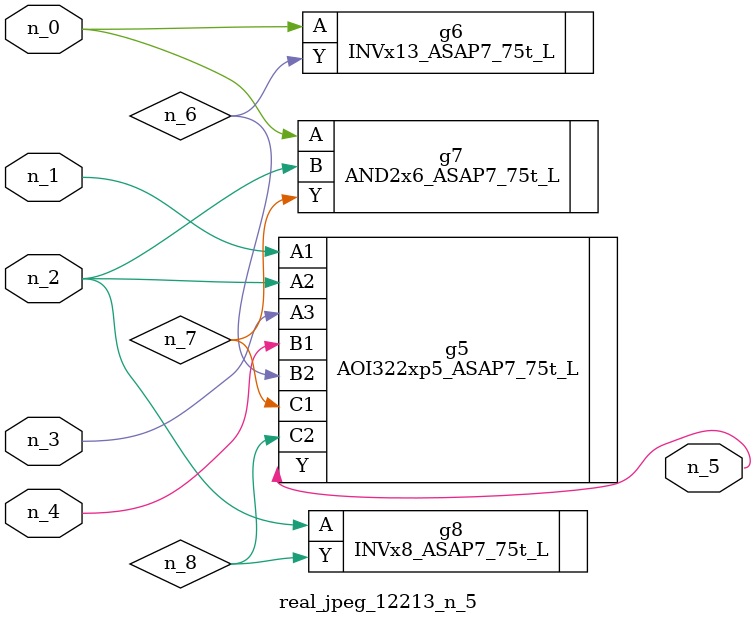
<source format=v>
module real_jpeg_12213_n_5 (n_4, n_0, n_1, n_2, n_3, n_5);

input n_4;
input n_0;
input n_1;
input n_2;
input n_3;

output n_5;

wire n_8;
wire n_6;
wire n_7;

INVx13_ASAP7_75t_L g6 ( 
.A(n_0),
.Y(n_6)
);

AND2x6_ASAP7_75t_L g7 ( 
.A(n_0),
.B(n_2),
.Y(n_7)
);

AOI322xp5_ASAP7_75t_L g5 ( 
.A1(n_1),
.A2(n_2),
.A3(n_3),
.B1(n_4),
.B2(n_6),
.C1(n_7),
.C2(n_8),
.Y(n_5)
);

INVx8_ASAP7_75t_L g8 ( 
.A(n_2),
.Y(n_8)
);


endmodule
</source>
